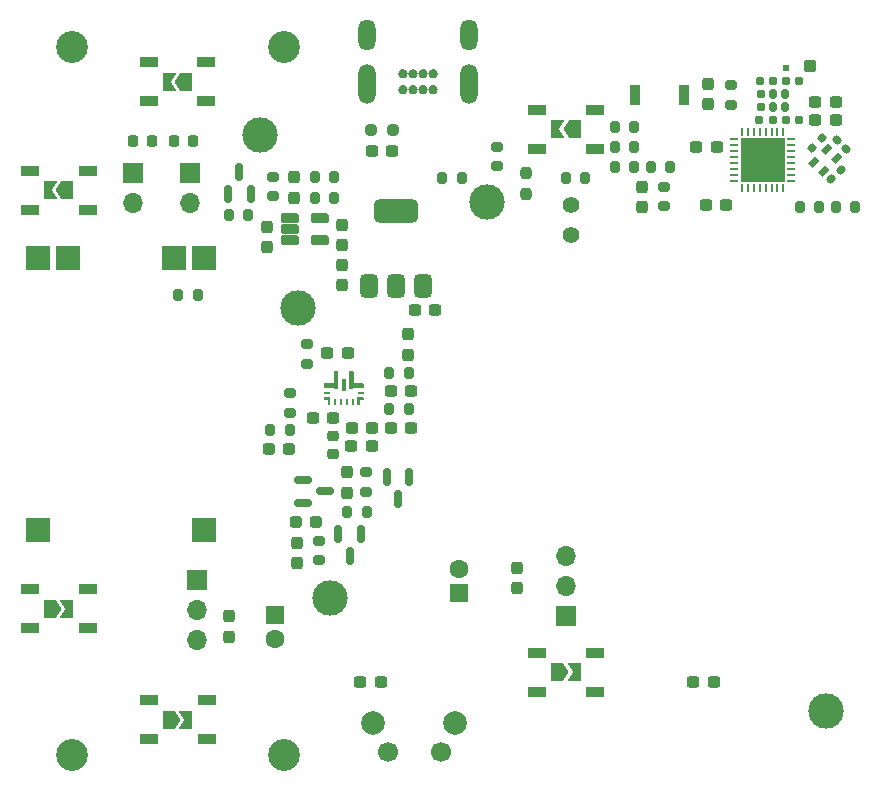
<source format=gbr>
%TF.GenerationSoftware,KiCad,Pcbnew,8.0.7*%
%TF.CreationDate,2025-02-05T21:47:27-05:00*%
%TF.ProjectId,SHERPENT20250113,53484552-5045-44e5-9432-303235303131,rev?*%
%TF.SameCoordinates,Original*%
%TF.FileFunction,Soldermask,Top*%
%TF.FilePolarity,Negative*%
%FSLAX46Y46*%
G04 Gerber Fmt 4.6, Leading zero omitted, Abs format (unit mm)*
G04 Created by KiCad (PCBNEW 8.0.7) date 2025-02-05 21:47:27*
%MOMM*%
%LPD*%
G01*
G04 APERTURE LIST*
G04 Aperture macros list*
%AMRoundRect*
0 Rectangle with rounded corners*
0 $1 Rounding radius*
0 $2 $3 $4 $5 $6 $7 $8 $9 X,Y pos of 4 corners*
0 Add a 4 corners polygon primitive as box body*
4,1,4,$2,$3,$4,$5,$6,$7,$8,$9,$2,$3,0*
0 Add four circle primitives for the rounded corners*
1,1,$1+$1,$2,$3*
1,1,$1+$1,$4,$5*
1,1,$1+$1,$6,$7*
1,1,$1+$1,$8,$9*
0 Add four rect primitives between the rounded corners*
20,1,$1+$1,$2,$3,$4,$5,0*
20,1,$1+$1,$4,$5,$6,$7,0*
20,1,$1+$1,$6,$7,$8,$9,0*
20,1,$1+$1,$8,$9,$2,$3,0*%
%AMRotRect*
0 Rectangle, with rotation*
0 The origin of the aperture is its center*
0 $1 length*
0 $2 width*
0 $3 Rotation angle, in degrees counterclockwise*
0 Add horizontal line*
21,1,$1,$2,0,0,$3*%
%AMFreePoly0*
4,1,6,1.000000,0.000000,0.500000,-0.750000,-0.500000,-0.750000,-0.500000,0.750000,0.500000,0.750000,1.000000,0.000000,1.000000,0.000000,$1*%
%AMFreePoly1*
4,1,6,0.500000,-0.750000,-0.650000,-0.750000,-0.150000,0.000000,-0.650000,0.750000,0.500000,0.750000,0.500000,-0.750000,0.500000,-0.750000,$1*%
%AMFreePoly2*
4,1,5,0.200000,-0.625000,-0.200000,-0.625000,-0.200000,0.625000,0.200000,0.625000,0.200000,-0.625000,0.200000,-0.625000,$1*%
%AMFreePoly3*
4,1,5,0.200000,-0.725000,-0.200000,-0.725000,-0.200000,0.725000,0.200000,0.725000,0.200000,-0.725000,0.200000,-0.725000,$1*%
G04 Aperture macros list end*
%ADD10C,0.000000*%
%ADD11C,0.387500*%
%ADD12RoundRect,0.160000X-0.026517X-0.252791X0.252791X0.026517X0.026517X0.252791X-0.252791X-0.026517X0*%
%ADD13RoundRect,0.090000X-0.660000X-0.360000X0.660000X-0.360000X0.660000X0.360000X-0.660000X0.360000X0*%
%ADD14RoundRect,0.237500X-0.300000X-0.237500X0.300000X-0.237500X0.300000X0.237500X-0.300000X0.237500X0*%
%ADD15FreePoly0,180.000000*%
%ADD16FreePoly1,180.000000*%
%ADD17RoundRect,0.237500X0.237500X-0.287500X0.237500X0.287500X-0.237500X0.287500X-0.237500X-0.287500X0*%
%ADD18RoundRect,0.200000X0.275000X-0.200000X0.275000X0.200000X-0.275000X0.200000X-0.275000X-0.200000X0*%
%ADD19RoundRect,0.150000X-0.150000X0.587500X-0.150000X-0.587500X0.150000X-0.587500X0.150000X0.587500X0*%
%ADD20RoundRect,0.155000X0.212500X0.155000X-0.212500X0.155000X-0.212500X-0.155000X0.212500X-0.155000X0*%
%ADD21RoundRect,0.237500X0.237500X-0.300000X0.237500X0.300000X-0.237500X0.300000X-0.237500X-0.300000X0*%
%ADD22FreePoly0,0.000000*%
%ADD23FreePoly1,0.000000*%
%ADD24RoundRect,0.237500X0.300000X0.237500X-0.300000X0.237500X-0.300000X-0.237500X0.300000X-0.237500X0*%
%ADD25RoundRect,0.200000X0.200000X0.275000X-0.200000X0.275000X-0.200000X-0.275000X0.200000X-0.275000X0*%
%ADD26RoundRect,0.200000X-0.200000X-0.275000X0.200000X-0.275000X0.200000X0.275000X-0.200000X0.275000X0*%
%ADD27RoundRect,0.155000X-0.212500X-0.155000X0.212500X-0.155000X0.212500X0.155000X-0.212500X0.155000X0*%
%ADD28RoundRect,0.155000X-0.155000X0.212500X-0.155000X-0.212500X0.155000X-0.212500X0.155000X0.212500X0*%
%ADD29C,3.000000*%
%ADD30C,2.700000*%
%ADD31RoundRect,0.200000X-0.275000X0.200000X-0.275000X-0.200000X0.275000X-0.200000X0.275000X0.200000X0*%
%ADD32RoundRect,0.090000X0.660000X0.360000X-0.660000X0.360000X-0.660000X-0.360000X0.660000X-0.360000X0*%
%ADD33RoundRect,0.160000X-0.160000X0.222500X-0.160000X-0.222500X0.160000X-0.222500X0.160000X0.222500X0*%
%ADD34RoundRect,0.218750X0.218750X0.256250X-0.218750X0.256250X-0.218750X-0.256250X0.218750X-0.256250X0*%
%ADD35RoundRect,0.010000X-0.445000X-0.445000X0.445000X-0.445000X0.445000X0.445000X-0.445000X0.445000X0*%
%ADD36RoundRect,0.010190X-0.244810X-0.244810X0.244810X-0.244810X0.244810X0.244810X-0.244810X0.244810X0*%
%ADD37R,1.600000X1.600000*%
%ADD38C,1.600000*%
%ADD39RoundRect,0.155000X0.040659X0.259862X-0.259862X-0.040659X-0.040659X-0.259862X0.259862X0.040659X0*%
%ADD40RoundRect,0.237500X-0.237500X0.300000X-0.237500X-0.300000X0.237500X-0.300000X0.237500X0.300000X0*%
%ADD41RoundRect,0.150000X-0.587500X-0.150000X0.587500X-0.150000X0.587500X0.150000X-0.587500X0.150000X0*%
%ADD42RoundRect,0.237500X0.250000X0.237500X-0.250000X0.237500X-0.250000X-0.237500X0.250000X-0.237500X0*%
%ADD43R,1.700000X1.700000*%
%ADD44O,1.700000X1.700000*%
%ADD45RoundRect,0.218750X-0.218750X-0.256250X0.218750X-0.256250X0.218750X0.256250X-0.218750X0.256250X0*%
%ADD46RoundRect,0.237500X0.287500X0.237500X-0.287500X0.237500X-0.287500X-0.237500X0.287500X-0.237500X0*%
%ADD47R,0.575000X0.250000*%
%ADD48R,0.225000X0.700000*%
%ADD49R,0.549999X0.249999*%
%ADD50FreePoly2,90.000000*%
%ADD51FreePoly3,180.000000*%
%ADD52R,0.399999X1.000000*%
%ADD53FreePoly2,270.000000*%
%ADD54R,0.249999X0.549999*%
%ADD55RoundRect,0.375000X0.375000X-0.625000X0.375000X0.625000X-0.375000X0.625000X-0.375000X-0.625000X0*%
%ADD56RoundRect,0.500000X1.400000X-0.500000X1.400000X0.500000X-1.400000X0.500000X-1.400000X-0.500000X0*%
%ADD57R,0.889000X1.803400*%
%ADD58RoundRect,0.237500X-0.237500X0.287500X-0.237500X-0.287500X0.237500X-0.287500X0.237500X0.287500X0*%
%ADD59O,1.452400X2.652400*%
%ADD60O,1.452400X3.352400*%
%ADD61RoundRect,0.237500X0.237500X-0.250000X0.237500X0.250000X-0.237500X0.250000X-0.237500X-0.250000X0*%
%ADD62C,1.400000*%
%ADD63RotRect,0.838200X0.533400X225.000000*%
%ADD64RoundRect,0.150000X0.150000X-0.587500X0.150000X0.587500X-0.150000X0.587500X-0.150000X-0.587500X0*%
%ADD65RoundRect,0.218750X0.256250X-0.218750X0.256250X0.218750X-0.256250X0.218750X-0.256250X-0.218750X0*%
%ADD66R,0.254000X0.660400*%
%ADD67R,0.660400X0.254000*%
%ADD68R,3.759200X3.759200*%
%ADD69RoundRect,0.102000X-0.635000X-0.279400X0.635000X-0.279400X0.635000X0.279400X-0.635000X0.279400X0*%
%ADD70RoundRect,0.155000X-0.259862X0.040659X0.040659X-0.259862X0.259862X-0.040659X-0.040659X0.259862X0*%
%ADD71R,2.000000X2.000000*%
%ADD72C,1.700000*%
%ADD73C,2.000000*%
G04 APERTURE END LIST*
D10*
%TO.C,U2*%
G36*
X160918714Y-102716214D02*
G01*
X160918711Y-103316213D01*
X160868714Y-103366213D01*
X160743713Y-103366213D01*
X160693713Y-103316213D01*
X160693713Y-102916214D01*
X160393714Y-102916214D01*
X160343714Y-102866214D01*
X160343714Y-102716214D01*
X160393714Y-102666214D01*
X160868714Y-102666211D01*
X160918714Y-102716214D01*
G37*
G36*
X161593714Y-100516213D02*
G01*
X161593714Y-101866213D01*
X161543714Y-101916213D01*
X160393714Y-101916213D01*
X160343714Y-101866213D01*
X160343714Y-101566214D01*
X160393714Y-101516214D01*
X161193712Y-101516214D01*
X161193712Y-100516213D01*
X161243712Y-100466213D01*
X161543711Y-100466213D01*
X161593714Y-100516213D01*
G37*
G36*
X162893714Y-100516213D02*
G01*
X162893714Y-101516214D01*
X163693712Y-101516214D01*
X163743712Y-101566214D01*
X163743712Y-101866213D01*
X163693712Y-101916213D01*
X162543712Y-101916213D01*
X162493712Y-101866213D01*
X162493712Y-100516213D01*
X162543715Y-100466213D01*
X162843714Y-100466213D01*
X162893714Y-100516213D01*
G37*
G36*
X163743712Y-102716214D02*
G01*
X163743712Y-102866211D01*
X163693712Y-102916214D01*
X163393713Y-102916214D01*
X163393713Y-103316213D01*
X163343713Y-103366213D01*
X163218712Y-103366213D01*
X163168715Y-103316213D01*
X163168712Y-102716214D01*
X163218714Y-102666214D01*
X163693712Y-102666211D01*
X163743712Y-102716214D01*
G37*
D11*
%TO.C,J1*%
X167248550Y-75299200D02*
G75*
G02*
X166861050Y-75299200I-193750J0D01*
G01*
X166861050Y-75299200D02*
G75*
G02*
X167248550Y-75299200I193750J0D01*
G01*
X167248550Y-76649200D02*
G75*
G02*
X166861050Y-76649200I-193750J0D01*
G01*
X166861050Y-76649200D02*
G75*
G02*
X167248550Y-76649200I193750J0D01*
G01*
X168098550Y-75299200D02*
G75*
G02*
X167711050Y-75299200I-193750J0D01*
G01*
X167711050Y-75299200D02*
G75*
G02*
X168098550Y-75299200I193750J0D01*
G01*
X168098550Y-76649200D02*
G75*
G02*
X167711050Y-76649200I-193750J0D01*
G01*
X167711050Y-76649200D02*
G75*
G02*
X168098550Y-76649200I193750J0D01*
G01*
X168948550Y-75299200D02*
G75*
G02*
X168561050Y-75299200I-193750J0D01*
G01*
X168561050Y-75299200D02*
G75*
G02*
X168948550Y-75299200I193750J0D01*
G01*
X168948550Y-76649200D02*
G75*
G02*
X168561050Y-76649200I-193750J0D01*
G01*
X168561050Y-76649200D02*
G75*
G02*
X168948550Y-76649200I193750J0D01*
G01*
X169798550Y-75299200D02*
G75*
G02*
X169411050Y-75299200I-193750J0D01*
G01*
X169411050Y-75299200D02*
G75*
G02*
X169798550Y-75299200I193750J0D01*
G01*
X169798550Y-76649200D02*
G75*
G02*
X169411050Y-76649200I-193750J0D01*
G01*
X169411050Y-76649200D02*
G75*
G02*
X169798550Y-76649200I193750J0D01*
G01*
%TD*%
D12*
%TO.C,R24*%
X201697904Y-81563696D03*
X202542896Y-80718704D03*
%TD*%
D13*
%TO.C,D9*%
X145517600Y-74347200D03*
X145517600Y-77647200D03*
X150417600Y-77647200D03*
X150417600Y-74347200D03*
%TD*%
D14*
%TO.C,C12*%
X166007988Y-102196888D03*
X167732988Y-102196888D03*
%TD*%
D15*
%TO.C,JP2*%
X181585600Y-80010400D03*
D16*
X180135600Y-80010400D03*
%TD*%
D17*
%TO.C,D2*%
X162344000Y-110781200D03*
X162344000Y-109031200D03*
%TD*%
D13*
%TO.C,D8*%
X178410600Y-78360400D03*
X178410600Y-81660400D03*
X183310600Y-81660400D03*
X183310600Y-78360400D03*
%TD*%
D18*
%TO.C,R9*%
X157492600Y-103987088D03*
X157492600Y-102337088D03*
%TD*%
D19*
%TO.C,Q4*%
X167596600Y-109426100D03*
X165696600Y-109426100D03*
X166646600Y-111301100D03*
%TD*%
D17*
%TO.C,D3*%
X157835545Y-85781945D03*
X157835545Y-84031945D03*
%TD*%
D20*
%TO.C,C25*%
X198376300Y-79196900D03*
X197241300Y-79196900D03*
%TD*%
D14*
%TO.C,C3*%
X162699600Y-106807400D03*
X164424600Y-106807400D03*
%TD*%
D21*
%TO.C,C4*%
X161899545Y-89813700D03*
X161899545Y-88088700D03*
%TD*%
D22*
%TO.C,JP17*%
X147275000Y-129998600D03*
D23*
X148725000Y-129998600D03*
%TD*%
D24*
%TO.C,C5*%
X161123700Y-104445200D03*
X159398700Y-104445200D03*
%TD*%
D14*
%TO.C,C29*%
X191637500Y-126800000D03*
X193362500Y-126800000D03*
%TD*%
D25*
%TO.C,R2*%
X153974200Y-87274800D03*
X152324200Y-87274800D03*
%TD*%
D26*
%TO.C,R18*%
X148050000Y-94000000D03*
X149700000Y-94000000D03*
%TD*%
D27*
%TO.C,C16*%
X199485200Y-75945700D03*
X200620200Y-75945700D03*
%TD*%
D28*
%TO.C,C23*%
X197402400Y-76995100D03*
X197402400Y-78130100D03*
%TD*%
D29*
%TO.C,TP1*%
X154927200Y-80467600D03*
%TD*%
D30*
%TO.C,H2*%
X157000000Y-73000000D03*
%TD*%
D31*
%TO.C,R10*%
X175000000Y-81500000D03*
X175000000Y-83150000D03*
%TD*%
D22*
%TO.C,JP18*%
X137191400Y-120578000D03*
D23*
X138641400Y-120578000D03*
%TD*%
D30*
%TO.C,H3*%
X139000000Y-133000000D03*
%TD*%
D32*
%TO.C,D17*%
X150450000Y-131648600D03*
X150450000Y-128348600D03*
X145550000Y-128348600D03*
X145550000Y-131648600D03*
%TD*%
D13*
%TO.C,D10*%
X135466400Y-83512800D03*
X135466400Y-86812800D03*
X140366400Y-86812800D03*
X140366400Y-83512800D03*
%TD*%
D25*
%TO.C,R1*%
X182475000Y-84100000D03*
X180825000Y-84100000D03*
%TD*%
D26*
%TO.C,R26*%
X155829400Y-105435800D03*
X157479400Y-105435800D03*
%TD*%
D17*
%TO.C,D6*%
X187261400Y-86599600D03*
X187261400Y-84849600D03*
%TD*%
D33*
%TO.C,L2*%
X199434400Y-76998800D03*
X199434400Y-78143800D03*
%TD*%
D26*
%TO.C,R13*%
X165890888Y-103720888D03*
X167540888Y-103720888D03*
%TD*%
%TO.C,R11*%
X165891988Y-100647488D03*
X167541988Y-100647488D03*
%TD*%
D15*
%TO.C,JP4*%
X138641400Y-85162800D03*
D16*
X137191400Y-85162800D03*
%TD*%
D24*
%TO.C,C14*%
X166162500Y-81800000D03*
X164437500Y-81800000D03*
%TD*%
D29*
%TO.C,TP7*%
X158153000Y-95148800D03*
%TD*%
D21*
%TO.C,C11*%
X167478988Y-99070488D03*
X167478988Y-97345488D03*
%TD*%
D18*
%TO.C,R14*%
X156070200Y-85673600D03*
X156070200Y-84023600D03*
%TD*%
D34*
%TO.C,F3*%
X149287500Y-81000000D03*
X147712500Y-81000000D03*
%TD*%
D20*
%TO.C,C20*%
X198401700Y-75945700D03*
X197266700Y-75945700D03*
%TD*%
D33*
%TO.C,L3*%
X198418400Y-76998800D03*
X198418400Y-78143800D03*
%TD*%
D25*
%TO.C,R20*%
X186625000Y-83198600D03*
X184975000Y-83198600D03*
%TD*%
D21*
%TO.C,C30*%
X161898200Y-93216900D03*
X161898200Y-91491900D03*
%TD*%
D35*
%TO.C,U6*%
X201553150Y-74638800D03*
D36*
X199453400Y-74838550D03*
%TD*%
D37*
%TO.C,C8*%
X171800000Y-119255113D03*
D38*
X171800000Y-117255113D03*
%TD*%
D25*
%TO.C,R17*%
X186625000Y-79845800D03*
X184975000Y-79845800D03*
%TD*%
D30*
%TO.C,H1*%
X139000000Y-73000000D03*
%TD*%
D29*
%TO.C,NEO-END1*%
X202857000Y-129235600D03*
%TD*%
D32*
%TO.C,D16*%
X140366400Y-122228000D03*
X140366400Y-118928000D03*
X135466400Y-118928000D03*
X135466400Y-122228000D03*
%TD*%
D29*
%TO.C,TP4*%
X174200000Y-86200000D03*
%TD*%
D39*
%TO.C,C28*%
X204121655Y-83443817D03*
X203319089Y-84246383D03*
%TD*%
D18*
%TO.C,R22*%
X194800000Y-77925000D03*
X194800000Y-76275000D03*
%TD*%
D40*
%TO.C,C10*%
X152300000Y-121237500D03*
X152300000Y-122962500D03*
%TD*%
D41*
%TO.C,Q3*%
X158609100Y-109713600D03*
X158609100Y-111613600D03*
X160484100Y-110663600D03*
%TD*%
D15*
%TO.C,JP3*%
X148692600Y-75997200D03*
D16*
X147242600Y-75997200D03*
%TD*%
D24*
%TO.C,C15*%
X169785100Y-95301200D03*
X168060100Y-95301200D03*
%TD*%
D21*
%TO.C,C1*%
X155587600Y-89966100D03*
X155587600Y-88241100D03*
%TD*%
D14*
%TO.C,C21*%
X163437500Y-126800000D03*
X165162500Y-126800000D03*
%TD*%
D31*
%TO.C,R5*%
X159946600Y-114838600D03*
X159946600Y-116488600D03*
%TD*%
D42*
%TO.C,D28*%
X166212500Y-80100000D03*
X164387500Y-80100000D03*
%TD*%
D43*
%TO.C,J2*%
X149600000Y-118175000D03*
D44*
X149600000Y-120715000D03*
X149600000Y-123255000D03*
%TD*%
D26*
%TO.C,R7*%
X159601345Y-84017945D03*
X161251345Y-84017945D03*
%TD*%
D45*
%TO.C,F2*%
X144212500Y-81000000D03*
X145787500Y-81000000D03*
%TD*%
D21*
%TO.C,C26*%
X192910350Y-77862500D03*
X192910350Y-76137500D03*
%TD*%
D43*
%TO.C,BT1*%
X149053945Y-83687345D03*
D44*
X149053945Y-86227345D03*
%TD*%
D26*
%TO.C,R16*%
X184974000Y-81534900D03*
X186624000Y-81534900D03*
%TD*%
D46*
%TO.C,D29*%
X157427800Y-107036000D03*
X155677800Y-107036000D03*
%TD*%
D18*
%TO.C,R6*%
X163946600Y-110688600D03*
X163946600Y-109038600D03*
%TD*%
D47*
%TO.C,U2*%
X163456213Y-102791213D03*
D48*
X163281213Y-103016213D03*
D49*
X163468714Y-102291214D03*
D50*
X163118713Y-101716213D03*
D51*
X162693713Y-101191213D03*
D52*
X162043713Y-101666213D03*
D51*
X161393713Y-101191213D03*
D53*
X160963713Y-101716213D03*
D49*
X160618712Y-102291214D03*
D48*
X160806213Y-103016213D03*
D47*
X160631213Y-102791213D03*
D54*
X161293712Y-103091212D03*
X161793713Y-103091212D03*
X162293713Y-103091212D03*
X162793714Y-103091212D03*
%TD*%
D32*
%TO.C,D18*%
X183310600Y-127635400D03*
X183310600Y-124335400D03*
X178410600Y-124335400D03*
X178410600Y-127635400D03*
%TD*%
D25*
%TO.C,R28*%
X205333000Y-86551400D03*
X203683000Y-86551400D03*
%TD*%
D21*
%TO.C,C9*%
X176700000Y-118862500D03*
X176700000Y-117137500D03*
%TD*%
D18*
%TO.C,R12*%
X158918088Y-99846888D03*
X158918088Y-98196888D03*
%TD*%
D19*
%TO.C,Q1*%
X163496600Y-114226100D03*
X161596600Y-114226100D03*
X162546600Y-116101100D03*
%TD*%
D31*
%TO.C,R23*%
X189166400Y-84850600D03*
X189166400Y-86500600D03*
%TD*%
D55*
%TO.C,U5*%
X164144800Y-93243800D03*
X166444800Y-93243800D03*
D56*
X166444800Y-86943800D03*
D55*
X168744800Y-93243800D03*
%TD*%
D14*
%TO.C,C13*%
X160667600Y-98908000D03*
X162392600Y-98908000D03*
%TD*%
%TO.C,C6*%
X166006888Y-105270288D03*
X167731888Y-105270288D03*
%TD*%
%TO.C,C19*%
X201975500Y-77726000D03*
X203700500Y-77726000D03*
%TD*%
D57*
%TO.C,SW2*%
X186742902Y-77139500D03*
X190842898Y-77139500D03*
%TD*%
D58*
%TO.C,D25*%
X158046600Y-114988600D03*
X158046600Y-116738600D03*
%TD*%
D14*
%TO.C,C2*%
X162700700Y-105283400D03*
X164425700Y-105283400D03*
%TD*%
D25*
%TO.C,R8*%
X161251345Y-85821345D03*
X159601345Y-85821345D03*
%TD*%
D26*
%TO.C,R21*%
X188023400Y-83198600D03*
X189673400Y-83198600D03*
%TD*%
D46*
%TO.C,D1*%
X159721600Y-113263600D03*
X157971600Y-113263600D03*
%TD*%
D59*
%TO.C,J1*%
X172649800Y-71999200D03*
X164009800Y-71999200D03*
D60*
X172649800Y-76149200D03*
X164009800Y-76149200D03*
%TD*%
D37*
%TO.C,C7*%
X156200000Y-121144888D03*
D38*
X156200000Y-123144888D03*
%TD*%
D25*
%TO.C,R27*%
X202310400Y-86551400D03*
X200660400Y-86551400D03*
%TD*%
D61*
%TO.C,D4*%
X177500000Y-85512500D03*
X177500000Y-83687500D03*
%TD*%
D43*
%TO.C,J3*%
X180860600Y-121234600D03*
D44*
X180860600Y-118694600D03*
X180860600Y-116154600D03*
%TD*%
D25*
%TO.C,R4*%
X172025000Y-84100000D03*
X170375000Y-84100000D03*
%TD*%
D62*
%TO.C,JP19*%
X181267000Y-88931200D03*
X181267000Y-86391200D03*
%TD*%
D63*
%TO.C,Y1*%
X202997028Y-81631254D03*
X201883477Y-82744805D03*
X202678972Y-83540300D03*
X203792523Y-82426749D03*
%TD*%
D64*
%TO.C,Q2*%
X152265200Y-85491145D03*
X154165200Y-85491145D03*
X153215200Y-83616145D03*
%TD*%
D30*
%TO.C,H4*%
X157000000Y-133000000D03*
%TD*%
D65*
%TO.C,L1*%
X161124800Y-107518600D03*
X161124800Y-105943600D03*
%TD*%
D25*
%TO.C,R3*%
X163971600Y-112363600D03*
X162321600Y-112363600D03*
%TD*%
D24*
%TO.C,C17*%
X194398800Y-86449800D03*
X192673800Y-86449800D03*
%TD*%
D14*
%TO.C,C22*%
X201975500Y-79250000D03*
X203700500Y-79250000D03*
%TD*%
D66*
%TO.C,U7*%
X199266699Y-80202801D03*
X198766700Y-80202801D03*
X198266701Y-80202801D03*
X197766700Y-80202801D03*
X197266700Y-80202801D03*
X196766699Y-80202801D03*
X196266700Y-80202801D03*
X195766701Y-80202801D03*
D67*
X195116400Y-80853102D03*
X195116400Y-81353101D03*
X195116400Y-81853100D03*
X195116400Y-82353101D03*
X195116400Y-82853101D03*
X195116400Y-83353102D03*
X195116400Y-83853101D03*
X195116400Y-84353100D03*
D66*
X195766701Y-85003401D03*
X196266700Y-85003401D03*
X196766699Y-85003401D03*
X197266700Y-85003401D03*
X197766700Y-85003401D03*
X198266701Y-85003401D03*
X198766700Y-85003401D03*
X199266699Y-85003401D03*
D67*
X199917000Y-84353100D03*
X199917000Y-83853101D03*
X199917000Y-83353102D03*
X199917000Y-82853101D03*
X199917000Y-82353101D03*
X199917000Y-81853100D03*
X199917000Y-81353101D03*
X199917000Y-80853102D03*
D68*
X197516700Y-82603101D03*
%TD*%
D69*
%TO.C,U1*%
X157479945Y-87523145D03*
X157479945Y-88462945D03*
X157479945Y-89402745D03*
X160070745Y-89402745D03*
X160070745Y-87523145D03*
%TD*%
D70*
%TO.C,C27*%
X203796572Y-80873300D03*
X204599138Y-81675866D03*
%TD*%
D43*
%TO.C,BT2*%
X144159545Y-83661945D03*
D44*
X144159545Y-86201945D03*
%TD*%
D71*
%TO.C,U4*%
X136187500Y-113912500D03*
X150187500Y-113912500D03*
X136187500Y-90912500D03*
X150187500Y-90912500D03*
X138727500Y-90912500D03*
X147647500Y-90912500D03*
%TD*%
D22*
%TO.C,JP16*%
X180135600Y-125985400D03*
D23*
X181585600Y-125985400D03*
%TD*%
D24*
%TO.C,C24*%
X193609200Y-81522200D03*
X191884200Y-81522200D03*
%TD*%
D27*
%TO.C,C18*%
X199476500Y-79196900D03*
X200611500Y-79196900D03*
%TD*%
D29*
%TO.C,TP2*%
X160900000Y-119700000D03*
%TD*%
D72*
%TO.C,SW1*%
X165750000Y-132750000D03*
X170250000Y-132750000D03*
D73*
X164500000Y-130250000D03*
X171500000Y-130250000D03*
%TD*%
M02*

</source>
